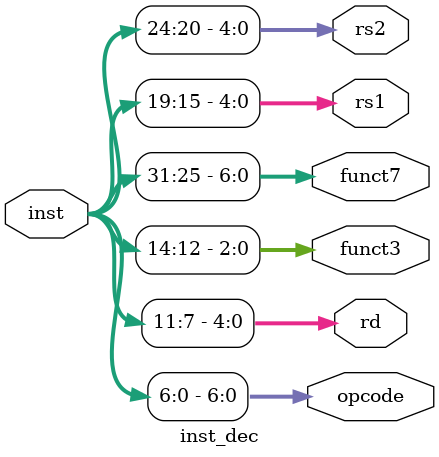
<source format=sv>
module inst_dec (
    input logic [31:0] inst,
    output logic [6:0] opcode,
    output logic [4:0] rd,
    output logic [2:0] funct3,
    output logic [6:0] funct7,
    output logic [4:0] rs1,
    output logic [4:0] rs2
);
    assign opcode = inst[6:0];
    assign funct3 = inst[14:12];
    assign funct7 = inst[31:25];

    assign rs1    = inst[19:15];
    assign rs2    = inst[24:20];
    assign rd     = inst[11:7];

    //printing valus for debug
    // initial begin
    // //wait for a small delay to allow signals to stabilize
    // #1;
    // $display("Data at inst: %b", inst);
    // $display("Data at opcode: %b", opcode);
    // $display("Data at rd: %b", rd);
    // $display("Data at funct3: %b", funct3);
    // $display("Data at funct7: %b", funct7);
    // $display("Data at rs1: %b", rs1);
    // $display("Data at rs2: %b", rs2);
    // end

endmodule
</source>
